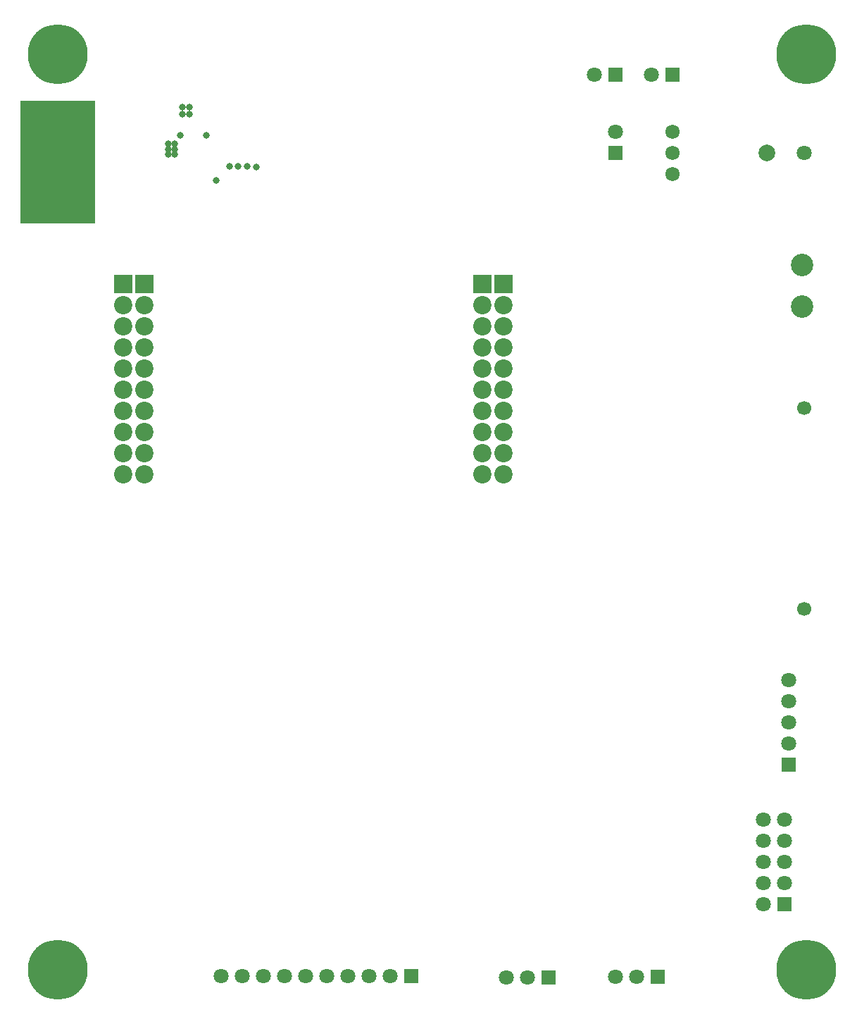
<source format=gbs>
G04 Layer_Color=16711935*
%FSLAX44Y44*%
%MOMM*%
G71*
G01*
G75*
%ADD58C,1.8000*%
%ADD100R,8.9376X14.8434*%
%ADD101R,1.8000X1.8000*%
%ADD102R,1.8000X1.8000*%
%ADD103C,2.2000*%
%ADD104R,2.2000X2.2000*%
%ADD105C,2.0000*%
%ADD106C,1.7240*%
%ADD107C,2.7000*%
%ADD108C,1.7000*%
%ADD109C,7.2000*%
%ADD110C,0.8000*%
D58*
X898359Y230245D02*
D03*
Y204845D02*
D03*
Y179445D02*
D03*
Y154045D02*
D03*
Y128645D02*
D03*
X923759Y230245D02*
D03*
Y204845D02*
D03*
Y179445D02*
D03*
Y154045D02*
D03*
X928839Y321685D02*
D03*
Y347085D02*
D03*
Y372485D02*
D03*
Y397885D02*
D03*
X614783Y40463D02*
D03*
X589383D02*
D03*
X694529Y1125220D02*
D03*
X347872Y42665D02*
D03*
X322472D02*
D03*
X297072D02*
D03*
X271672D02*
D03*
X246272D02*
D03*
X373268D02*
D03*
X398668D02*
D03*
X424068D02*
D03*
X449468D02*
D03*
X947420Y1031171D02*
D03*
X745490Y41395D02*
D03*
X720090D02*
D03*
X720270Y1056386D02*
D03*
X763572Y1125220D02*
D03*
D100*
X49530Y1020507D02*
D03*
D101*
X923759Y128645D02*
D03*
X928839Y296285D02*
D03*
X720270Y1030986D02*
D03*
D102*
X640183Y40463D02*
D03*
X719929Y1125220D02*
D03*
X474868Y42665D02*
D03*
X770890Y41395D02*
D03*
X788972Y1125220D02*
D03*
D103*
X154267Y645305D02*
D03*
Y670705D02*
D03*
Y696105D02*
D03*
Y772305D02*
D03*
Y746905D02*
D03*
Y721505D02*
D03*
Y848505D02*
D03*
Y823105D02*
D03*
Y797705D02*
D03*
X128867D02*
D03*
Y823105D02*
D03*
Y848505D02*
D03*
Y721505D02*
D03*
Y746905D02*
D03*
Y772305D02*
D03*
Y696105D02*
D03*
Y670705D02*
D03*
Y645305D02*
D03*
X560667Y645305D02*
D03*
Y670705D02*
D03*
Y696105D02*
D03*
Y772305D02*
D03*
Y746905D02*
D03*
Y721505D02*
D03*
Y848505D02*
D03*
Y823105D02*
D03*
Y797705D02*
D03*
X586067D02*
D03*
Y823105D02*
D03*
Y848505D02*
D03*
Y721505D02*
D03*
Y746905D02*
D03*
Y772305D02*
D03*
Y696105D02*
D03*
Y670705D02*
D03*
Y645305D02*
D03*
D104*
X154267Y873905D02*
D03*
X128867D02*
D03*
X560667Y873905D02*
D03*
X586067D02*
D03*
D105*
X902420Y1031171D02*
D03*
D106*
X788670D02*
D03*
Y1056571D02*
D03*
Y1005771D02*
D03*
D107*
X944351Y896220D02*
D03*
Y846220D02*
D03*
D108*
X947049Y724970D02*
D03*
Y482970D02*
D03*
D109*
X49999Y50000D02*
D03*
Y1150000D02*
D03*
X949999Y50000D02*
D03*
Y1150000D02*
D03*
D110*
X21082Y983640D02*
D03*
X49149Y982878D02*
D03*
X77216Y983132D02*
D03*
Y958850D02*
D03*
X49149Y958596D02*
D03*
X21082Y959358D02*
D03*
Y1032205D02*
D03*
X49149Y1031443D02*
D03*
X77216Y1031697D02*
D03*
Y1007415D02*
D03*
X49149Y1007161D02*
D03*
X21082Y1007923D02*
D03*
X20828Y1056488D02*
D03*
X48895Y1055726D02*
D03*
X76962Y1055980D02*
D03*
X48895Y1080008D02*
D03*
X20828Y1080770D02*
D03*
X182694Y1042162D02*
D03*
Y1035748D02*
D03*
Y1029334D02*
D03*
X190246Y1042162D02*
D03*
Y1035748D02*
D03*
Y1029334D02*
D03*
X199644Y1077468D02*
D03*
X208280Y1086612D02*
D03*
Y1077468D02*
D03*
X199644Y1086612D02*
D03*
X196939Y1052550D02*
D03*
X277462Y1014730D02*
D03*
X266620D02*
D03*
X288304Y1014531D02*
D03*
X256032Y1014984D02*
D03*
X240284Y998220D02*
D03*
X228204Y1052550D02*
D03*
X76962Y1080262D02*
D03*
M02*

</source>
